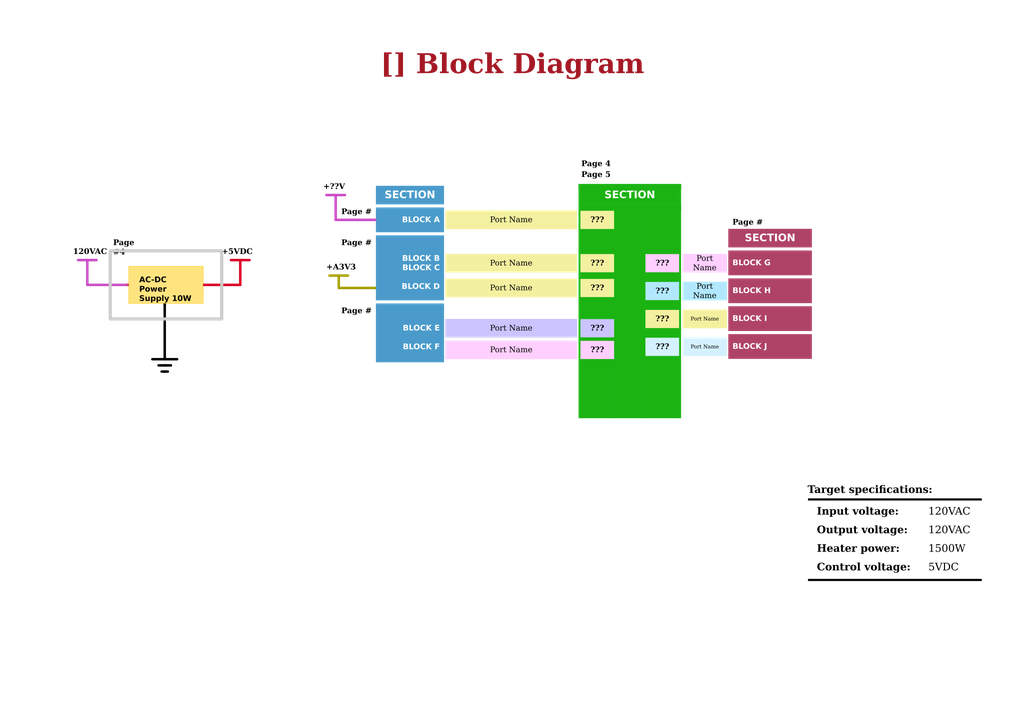
<source format=kicad_sch>
(kicad_sch
	(version 20250114)
	(generator "eeschema")
	(generator_version "9.0")
	(uuid "d4440dba-022e-49b2-97f2-6fc1871c7304")
	(paper "A3")
	(title_block
		(title "Block Diagram")
		(date "2025-08-28")
		(rev "${REVISION}")
		(company "${COMPANY}")
	)
	(lib_symbols)
	(rectangle
		(start 83.439 116.459)
		(end 84.074 117.221)
		(stroke
			(width 0.25)
			(type default)
			(color 212 0 32 1)
		)
		(fill
			(type color)
			(color 212 0 32 1)
		)
		(uuid 0237e457-1554-43e7-a04a-9bbc304cb750)
	)
	(rectangle
		(start 237.998 147.32)
		(end 251.968 171.45)
		(stroke
			(width 0)
			(type default)
			(color 26 179 18 1)
		)
		(fill
			(type color)
			(color 26 179 18 1)
		)
		(uuid 05c43237-d989-46c7-a838-1fe3e687d325)
	)
	(rectangle
		(start 52.07 116.459)
		(end 52.705 117.221)
		(stroke
			(width 0.25)
			(type default)
			(color 200 50 50 1)
		)
		(fill
			(type color)
			(color 200 50 50 1)
		)
		(uuid 0d430dd7-6ee0-49d3-a0fa-6967402d4a3a)
	)
	(rectangle
		(start 264.668 123.19)
		(end 278.638 127)
		(stroke
			(width 0)
			(type default)
			(color 26 179 18 1)
		)
		(fill
			(type color)
			(color 26 179 18 1)
		)
		(uuid 18d023c4-e3f0-46c9-87ca-5d30d9cdf2c3)
	)
	(rectangle
		(start 237.998 121.92)
		(end 251.968 130.81)
		(stroke
			(width 0)
			(type default)
			(color 26 179 18 1)
		)
		(fill
			(type color)
			(color 26 179 18 1)
		)
		(uuid 39c3df59-f9d6-4c44-9610-c14f06418e27)
	)
	(rectangle
		(start 264.668 146.05)
		(end 278.638 171.45)
		(stroke
			(width 0)
			(type default)
			(color 26 179 18 1)
		)
		(fill
			(type color)
			(color 26 179 18 1)
		)
		(uuid 3a6c1391-840d-4a80-9739-78b63fe94339)
	)
	(rectangle
		(start 237.998 138.43)
		(end 251.968 139.7)
		(stroke
			(width 0)
			(type default)
			(color 26 179 18 1)
		)
		(fill
			(type color)
			(color 26 179 18 1)
		)
		(uuid 421816ca-5f12-4e86-8e69-316b379c8971)
	)
	(rectangle
		(start 237.363 75.565)
		(end 279.273 77.47)
		(stroke
			(width 0.254)
			(type default)
			(color 26 179 18 1)
		)
		(fill
			(type color)
			(color 26 179 18 1)
		)
		(uuid 55bb8f5d-1716-457c-ab18-7887e7f79c32)
	)
	(rectangle
		(start 153.543 89.789)
		(end 154.178 90.551)
		(stroke
			(width 0.25)
			(type default)
			(color 198 71 194 1)
		)
		(fill
			(type color)
			(color 198 71 194 1)
		)
		(uuid 71a7bc8d-71ba-4784-b706-1c489dd4699b)
	)
	(rectangle
		(start 237.998 111.76)
		(end 251.968 114.3)
		(stroke
			(width 0)
			(type default)
			(color 26 179 18 1)
		)
		(fill
			(type color)
			(color 26 179 18 1)
		)
		(uuid 7b3048d9-9f27-43c5-89d8-687bf1563aee)
	)
	(rectangle
		(start 278.638 75.565)
		(end 279.273 171.45)
		(stroke
			(width 0)
			(type default)
			(color 26 179 18 1)
		)
		(fill
			(type color)
			(color 26 179 18 1)
		)
		(uuid 82b7fc9f-5c53-4bad-ac33-36ff04086978)
	)
	(rectangle
		(start 331.47 237.49)
		(end 402.59 238.252)
		(stroke
			(width 0)
			(type default)
			(color 0 0 0 1)
		)
		(fill
			(type color)
			(color 0 0 0 1)
		)
		(uuid 8956a1c0-282a-4b1e-927b-8bc74278d14f)
	)
	(rectangle
		(start 52.832 109.22)
		(end 83.312 124.46)
		(stroke
			(width 0)
			(type default)
			(color 255 200 0 0.5019607843)
		)
		(fill
			(type color)
			(color 255 200 0 0.5019607843)
		)
		(uuid a47826fc-526c-4a52-84ae-b6a04e3e3b0c)
	)
	(rectangle
		(start 237.998 83.82)
		(end 279.273 86.36)
		(stroke
			(width 0)
			(type default)
			(color 26 179 18 1)
		)
		(fill
			(type color)
			(color 26 179 18 1)
		)
		(uuid a952ed71-59f7-4034-9137-c9beed0052e5)
	)
	(rectangle
		(start 45.212 102.87)
		(end 90.932 130.81)
		(stroke
			(width 1.27)
			(type default)
			(color 200 200 200 1)
		)
		(fill
			(type none)
		)
		(uuid b5318274-8945-46d8-99fc-2fb62def5b67)
	)
	(rectangle
		(start 251.968 85.725)
		(end 264.668 171.45)
		(stroke
			(width 0)
			(type default)
			(color 26 179 18 1)
		)
		(fill
			(type color)
			(color 26 179 18 1)
		)
		(uuid b5912d90-a2e6-47a8-b37f-79df93690db6)
	)
	(rectangle
		(start 67.056 124.46)
		(end 68.072 125.222)
		(stroke
			(width 0.001)
			(type default)
			(color 0 0 0 1)
		)
		(fill
			(type color)
			(color 0 0 0 1)
		)
		(uuid b708d319-09b2-4d42-8c3b-186b2ae54113)
	)
	(rectangle
		(start 264.668 134.62)
		(end 278.638 138.43)
		(stroke
			(width 0)
			(type default)
			(color 26 179 18 1)
		)
		(fill
			(type color)
			(color 26 179 18 1)
		)
		(uuid bdbbf18e-6f1e-46bc-83ed-402e06ceb661)
	)
	(rectangle
		(start 264.668 111.76)
		(end 278.638 115.57)
		(stroke
			(width 0)
			(type default)
			(color 26 179 18 1)
		)
		(fill
			(type color)
			(color 26 179 18 1)
		)
		(uuid be3f6889-490c-44fa-9418-f01ed8476be7)
	)
	(rectangle
		(start 264.668 86.36)
		(end 278.638 104.14)
		(stroke
			(width 0)
			(type default)
			(color 26 179 18 1)
		)
		(fill
			(type color)
			(color 26 179 18 1)
		)
		(uuid cdf72398-0431-4b4b-8fdb-00fcbee68e2a)
	)
	(rectangle
		(start 331.47 204.47)
		(end 402.59 205.232)
		(stroke
			(width 0)
			(type default)
			(color 0 0 0 1)
		)
		(fill
			(type color)
			(color 0 0 0 1)
		)
		(uuid d631d51a-2515-45dc-a2c0-e57c4fee46cd)
	)
	(rectangle
		(start 237.363 75.565)
		(end 237.998 171.45)
		(stroke
			(width 0)
			(type default)
			(color 26 179 18 1)
		)
		(fill
			(type color)
			(color 26 179 18 1)
		)
		(uuid d92c43be-acae-42f6-9179-96820bcc6ef2)
	)
	(rectangle
		(start 153.543 117.729)
		(end 154.178 118.491)
		(stroke
			(width 0.25)
			(type default)
			(color 162 155 0 1)
		)
		(fill
			(type color)
			(color 162 155 0 1)
		)
		(uuid f2563de6-36a4-46ea-b401-ec1c1b726413)
	)
	(rectangle
		(start 237.998 93.98)
		(end 251.968 104.14)
		(stroke
			(width 0)
			(type default)
			(color 26 179 18 1)
		)
		(fill
			(type color)
			(color 26 179 18 1)
		)
		(uuid f4ff3a95-a29b-44f5-99fe-90e2d6c5e225)
	)
	(text "+5VDC"
		(exclude_from_sim no)
		(at 103.632 105.41 0)
		(effects
			(font
				(face "Times New Roman")
				(size 2.286 2.286)
				(thickness 0.4572)
				(bold yes)
				(color 0 0 0 1)
			)
			(justify right bottom)
		)
		(uuid "39b0f7d1-5592-43ea-b435-cece3488b03d")
	)
	(text "+??V"
		(exclude_from_sim no)
		(at 132.588 78.74 0)
		(effects
			(font
				(face "Times New Roman")
				(size 2.286 2.286)
				(thickness 0.4572)
				(bold yes)
				(color 0 0 0 1)
			)
			(justify left bottom)
		)
		(uuid "61bcd564-dc47-4abd-8776-b89cef66ed38")
	)
	(text "+A3V3"
		(exclude_from_sim no)
		(at 133.858 111.76 0)
		(effects
			(font
				(face "Times New Roman")
				(size 2.286 2.286)
				(thickness 0.4572)
				(bold yes)
				(color 0 0 0 1)
			)
			(justify left bottom)
		)
		(uuid "9f95118d-0d59-44c2-9418-d899cdef91d3")
	)
	(text "120VAC"
		(exclude_from_sim no)
		(at 29.972 105.41 0)
		(effects
			(font
				(face "Times New Roman")
				(size 2.286 2.286)
				(thickness 0.4572)
				(bold yes)
				(color 0 0 0 1)
			)
			(justify left bottom)
		)
		(uuid "a2780b80-7238-4e12-9f78-ef54d66dcccc")
	)
	(text_box "Heater power:"
		(exclude_from_sim no)
		(at 332.74 220.98 0)
		(size 41.91 7.62)
		(margins 2.2859 2.2859 2.2859 2.2859)
		(stroke
			(width -0.0001)
			(type solid)
		)
		(fill
			(type none)
		)
		(effects
			(font
				(face "Times New Roman")
				(size 3.048 3.048)
				(thickness 0.4572)
				(bold yes)
				(color 0 0 0 1)
			)
			(justify left top)
		)
		(uuid "094af17b-7d27-428a-ac7d-32c4461d72c7")
	)
	(text_box "AC-DC Power Supply 10W"
		(exclude_from_sim no)
		(at 55.372 111.76 0)
		(size 25.4 10.16)
		(margins 1.7144 1.7144 1.7144 1.7144)
		(stroke
			(width -0.0001)
			(type solid)
		)
		(fill
			(type none)
		)
		(effects
			(font
				(face "Arial")
				(size 2.286 2.286)
				(thickness 0.254)
				(bold yes)
				(color 0 0 0 1)
			)
			(justify left top)
		)
		(uuid "09ba23be-b0e7-4b83-8609-d145cf0340f4")
	)
	(text_box "???"
		(exclude_from_sim no)
		(at 237.998 104.14 0)
		(size 13.97 7.62)
		(margins 1.7144 1.7144 1.7144 1.7144)
		(stroke
			(width -0.0001)
			(type default)
		)
		(fill
			(type color)
			(color 243 240 160 1)
		)
		(effects
			(font
				(face "Times New Roman")
				(size 2.286 2.286)
				(bold yes)
				(color 0 0 0 1)
			)
		)
		(uuid "0aa0c4e1-070f-42df-94e3-eb4334e328f3")
	)
	(text_box "Output voltage:"
		(exclude_from_sim no)
		(at 332.74 213.36 0)
		(size 43.18 7.62)
		(margins 2.2859 2.2859 2.2859 2.2859)
		(stroke
			(width -0.0001)
			(type solid)
		)
		(fill
			(type none)
		)
		(effects
			(font
				(face "Times New Roman")
				(size 3.048 3.048)
				(thickness 0.4572)
				(bold yes)
				(color 0 0 0 1)
			)
			(justify left top)
		)
		(uuid "16ff5c12-a59a-498f-9a58-8440cea84b9d")
	)
	(text_box "Port Name"
		(exclude_from_sim no)
		(at 182.626 104.14 0)
		(size 54.102 7.62)
		(margins 1.7144 1.7144 1.7144 1.7144)
		(stroke
			(width -0.0001)
			(type default)
		)
		(fill
			(type color)
			(color 243 240 160 1)
		)
		(effects
			(font
				(face "Times New Roman")
				(size 2.286 2.286)
				(italic yes)
				(color 0 0 0 1)
			)
		)
		(uuid "1987247e-db63-4ffa-a72e-634d9843c64c")
	)
	(text_box "SECTION"
		(exclude_from_sim no)
		(at 237.998 76.2 0)
		(size 40.64 7.62)
		(margins 2.2859 2.2859 2.2859 2.2859)
		(stroke
			(width -0.0001)
			(type default)
		)
		(fill
			(type color)
			(color 26 179 18 1)
		)
		(effects
			(font
				(face "Arial")
				(size 3.048 3.048)
				(bold yes)
				(color 255 255 255 1)
			)
		)
		(uuid "1d0d83c3-74d6-4a1f-8c3f-65fbe3fb5ec9")
	)
	(text_box "Port Name"
		(exclude_from_sim no)
		(at 182.626 139.7 0)
		(size 54.102 7.62)
		(margins 1.7144 1.7144 1.7144 1.7144)
		(stroke
			(width -0.0001)
			(type default)
		)
		(fill
			(type color)
			(color 255 207 255 1)
		)
		(effects
			(font
				(face "Times New Roman")
				(size 2.286 2.286)
				(italic yes)
				(color 0 0 0 1)
			)
		)
		(uuid "205684f9-9b3f-4aef-bbd6-2a2cbf506b65")
	)
	(text_box "???"
		(exclude_from_sim no)
		(at 237.998 114.3 0)
		(size 13.97 7.62)
		(margins 1.7144 1.7144 1.7144 1.7144)
		(stroke
			(width -0.0001)
			(type default)
		)
		(fill
			(type color)
			(color 243 240 160 1)
		)
		(effects
			(font
				(face "Times New Roman")
				(size 2.286 2.286)
				(bold yes)
				(color 0 0 0 1)
			)
		)
		(uuid "2576afd7-0caa-4c76-bd9f-222a1d2c4dc0")
	)
	(text_box "???"
		(exclude_from_sim no)
		(at 237.998 86.36 0)
		(size 13.97 7.62)
		(margins 1.7144 1.7144 1.7144 1.7144)
		(stroke
			(width -0.0001)
			(type default)
		)
		(fill
			(type color)
			(color 243 240 160 1)
		)
		(effects
			(font
				(face "Times New Roman")
				(size 2.286 2.286)
				(bold yes)
				(color 0 0 0 1)
			)
		)
		(uuid "29f18459-3b0c-4e53-a96d-cae677d37f45")
	)
	(text_box "Page #"
		(exclude_from_sim no)
		(at 298.704 88.138 0)
		(size 17.78 5.08)
		(margins 1.7144 1.7144 1.7144 1.7144)
		(stroke
			(width -0.0001)
			(type default)
		)
		(fill
			(type none)
		)
		(effects
			(font
				(face "Times New Roman")
				(size 2.286 2.286)
				(thickness 0.4572)
				(bold yes)
				(color 0 0 0 1)
			)
			(justify left top)
			(href "#8")
		)
		(uuid "2c748904-640a-4790-9cd3-81e6145a1f3e")
	)
	(text_box "Port Name"
		(exclude_from_sim no)
		(at 279.908 104.14 0)
		(size 18.288 7.62)
		(margins 1.7144 1.7144 1.7144 1.7144)
		(stroke
			(width -0.0001)
			(type default)
		)
		(fill
			(type color)
			(color 255 207 255 1)
		)
		(effects
			(font
				(face "Times New Roman")
				(size 2.286 2.286)
				(italic yes)
				(color 0 0 0 1)
			)
		)
		(uuid "2eccac48-a697-4b98-a3f1-dcbeefca3094")
	)
	(text_box "Input voltage:"
		(exclude_from_sim no)
		(at 332.74 205.74 0)
		(size 41.91 7.62)
		(margins 2.2859 2.2859 2.2859 2.2859)
		(stroke
			(width -0.0001)
			(type default)
		)
		(fill
			(type none)
		)
		(effects
			(font
				(face "Times New Roman")
				(size 3.048 3.048)
				(thickness 0.4572)
				(bold yes)
				(color 0 0 0 1)
			)
			(justify left top)
		)
		(uuid "347e7e61-7c93-449c-8c65-b1d74937394e")
	)
	(text_box "Port Name"
		(exclude_from_sim no)
		(at 182.626 86.36 0)
		(size 54.102 7.62)
		(margins 1.7144 1.7144 1.7144 1.7144)
		(stroke
			(width -0.0001)
			(type default)
		)
		(fill
			(type color)
			(color 243 240 160 1)
		)
		(effects
			(font
				(face "Times New Roman")
				(size 2.286 2.286)
				(italic yes)
				(color 0 0 0 1)
			)
		)
		(uuid "34f97dad-9bc3-424e-b006-bedf003458aa")
	)
	(text_box "5VDC"
		(exclude_from_sim no)
		(at 378.46 228.6 0)
		(size 24.13 7.62)
		(margins 2.2859 2.2859 2.2859 2.2859)
		(stroke
			(width -0.0001)
			(type solid)
		)
		(fill
			(type none)
		)
		(effects
			(font
				(face "Times New Roman")
				(size 3.048 3.048)
				(color 0 0 0 1)
			)
			(justify left top)
		)
		(uuid "37354c60-dbdb-4aa1-a2b0-e6db1fd7a12e")
	)
	(text_box "120VAC"
		(exclude_from_sim no)
		(at 378.46 213.36 0)
		(size 24.13 7.62)
		(margins 2.2859 2.2859 2.2859 2.2859)
		(stroke
			(width -0.0001)
			(type solid)
		)
		(fill
			(type none)
		)
		(effects
			(font
				(face "Times New Roman")
				(size 3.048 3.048)
				(color 0 0 0 1)
			)
			(justify left top)
		)
		(uuid "3d9a8928-04fd-4c32-8894-e3210045027d")
	)
	(text_box "\nBLOCK E\n\nBLOCK F"
		(exclude_from_sim no)
		(at 154.178 124.46 0)
		(size 27.94 24.13)
		(margins 1.7144 1.7144 1.7144 1.7144)
		(stroke
			(width -0.0001)
			(type default)
		)
		(fill
			(type color)
			(color 74 155 203 1)
		)
		(effects
			(font
				(face "Arial")
				(size 2.286 2.286)
				(bold yes)
				(color 255 255 255 1)
			)
			(justify right)
		)
		(uuid "4299d747-90ff-4a47-9b32-97c12f9ab979")
	)
	(text_box "Port Name"
		(exclude_from_sim no)
		(at 279.908 127 0)
		(size 18.288 7.62)
		(margins 1.1429 1.1429 1.1429 1.1429)
		(stroke
			(width -0.0001)
			(type default)
		)
		(fill
			(type color)
			(color 243 240 160 1)
		)
		(effects
			(font
				(face "Times New Roman")
				(size 1.524 1.524)
				(italic yes)
				(color 0 0 0 1)
			)
		)
		(uuid "4616f06b-0c0c-4da0-aaa7-60ade012707d")
	)
	(text_box "Port Name"
		(exclude_from_sim no)
		(at 182.626 130.81 0)
		(size 54.102 7.62)
		(margins 1.7144 1.7144 1.7144 1.7144)
		(stroke
			(width -0.0001)
			(type default)
		)
		(fill
			(type color)
			(color 202 196 255 1)
		)
		(effects
			(font
				(face "Times New Roman")
				(size 2.286 2.286)
				(italic yes)
				(color 0 0 0 1)
			)
		)
		(uuid "4be2fbb4-9521-4c43-b13b-45298595a8b7")
	)
	(text_box "SECTION"
		(exclude_from_sim no)
		(at 298.704 93.853 0)
		(size 34.29 7.62)
		(margins 2.2859 2.2859 2.2859 2.2859)
		(stroke
			(width -0.0001)
			(type default)
		)
		(fill
			(type color)
			(color 175 67 103 1)
		)
		(effects
			(font
				(face "Arial")
				(size 3.048 3.048)
				(bold yes)
				(color 255 255 255 1)
			)
		)
		(uuid "50f90389-4852-4d94-a1e5-f12357304e05")
	)
	(text_box "BLOCK A"
		(exclude_from_sim no)
		(at 154.178 85.09 0)
		(size 27.94 10.16)
		(margins 1.7144 1.7144 1.7144 1.7144)
		(stroke
			(width -0.0001)
			(type default)
		)
		(fill
			(type color)
			(color 74 155 203 1)
		)
		(effects
			(font
				(face "Arial")
				(size 2.286 2.286)
				(bold yes)
				(color 255 255 255 1)
			)
			(justify right)
		)
		(uuid "5a2e6555-9060-4d4a-9a34-a05560ac30d8")
	)
	(text_box "BLOCK I"
		(exclude_from_sim no)
		(at 298.704 125.603 0)
		(size 34.29 10.16)
		(margins 1.7144 1.7144 1.7144 1.7144)
		(stroke
			(width -0.0001)
			(type default)
		)
		(fill
			(type color)
			(color 175 67 103 1)
		)
		(effects
			(font
				(face "Arial")
				(size 2.286 2.286)
				(bold yes)
				(color 255 255 255 1)
			)
			(justify left)
		)
		(uuid "5f14182b-c93f-4d15-9db7-1a029aadad7b")
	)
	(text_box "BLOCK G"
		(exclude_from_sim no)
		(at 298.704 102.743 0)
		(size 34.29 10.16)
		(margins 1.7144 1.7144 1.7144 1.7144)
		(stroke
			(width -0.0001)
			(type default)
		)
		(fill
			(type color)
			(color 175 67 103 1)
		)
		(effects
			(font
				(face "Arial")
				(size 2.286 2.286)
				(bold yes)
				(color 255 255 255 1)
			)
			(justify left)
		)
		(uuid "6f80972b-0868-4998-bb39-1d5e548cee7c")
	)
	(text_box "[${#}] ${TITLE}"
		(exclude_from_sim no)
		(at 144.78 20.32 0)
		(size 130.81 12.7)
		(margins 5.9999 5.9999 5.9999 5.9999)
		(stroke
			(width -0.0001)
			(type default)
		)
		(fill
			(type none)
		)
		(effects
			(font
				(face "Times New Roman")
				(size 8 8)
				(thickness 1.2)
				(bold yes)
				(color 162 22 34 1)
			)
		)
		(uuid "73b2b29c-2473-4e80-be0b-4f57c6856c3e")
	)
	(text_box "Page #4"
		(exclude_from_sim no)
		(at 44.704 96.52 0)
		(size 16.51 5.08)
		(margins 1.7144 1.7144 1.7144 1.7144)
		(stroke
			(width -0.0001)
			(type solid)
		)
		(fill
			(type none)
		)
		(effects
			(font
				(face "Times New Roman")
				(size 2.286 2.286)
				(thickness 0.4572)
				(bold yes)
				(color 0 0 0 1)
			)
			(justify left top)
		)
		(uuid "7d0acf89-7773-4e7f-ac89-c1f23d71a151")
	)
	(text_box "Page #"
		(exclude_from_sim no)
		(at 136.398 124.46 0)
		(size 17.78 5.08)
		(margins 1.7144 1.7144 1.7144 1.7144)
		(stroke
			(width -0.0001)
			(type default)
		)
		(fill
			(type none)
		)
		(effects
			(font
				(face "Times New Roman")
				(size 2.286 2.286)
				(thickness 0.4572)
				(bold yes)
				(color 0 0 0 1)
			)
			(justify right top)
			(href "#")
		)
		(uuid "7e1549f9-ed1a-486d-b663-7ab14f355318")
	)
	(text_box "Target specifications:"
		(exclude_from_sim no)
		(at 328.93 196.85 0)
		(size 73.66 7.62)
		(margins 2.2859 2.2859 2.2859 2.2859)
		(stroke
			(width -0.0001)
			(type default)
		)
		(fill
			(type none)
		)
		(effects
			(font
				(face "Times New Roman")
				(size 3.048 3.048)
				(thickness 0.4572)
				(bold yes)
				(color 0 0 0 1)
			)
			(justify left top)
		)
		(uuid "874bfc99-fafe-40d4-b7af-9ddb98b61eea")
	)
	(text_box "1500W"
		(exclude_from_sim no)
		(at 378.46 220.98 0)
		(size 24.13 7.62)
		(margins 2.2859 2.2859 2.2859 2.2859)
		(stroke
			(width -0.0001)
			(type solid)
		)
		(fill
			(type none)
		)
		(effects
			(font
				(face "Times New Roman")
				(size 3.048 3.048)
				(color 0 0 0 1)
			)
			(justify left top)
		)
		(uuid "8d13c5b4-c5e0-49ad-8e30-5a14333c15f4")
	)
	(text_box "???"
		(exclude_from_sim no)
		(at 237.998 130.81 0)
		(size 13.97 7.62)
		(margins 1.7144 1.7144 1.7144 1.7144)
		(stroke
			(width -0.0001)
			(type default)
		)
		(fill
			(type color)
			(color 202 196 255 1)
		)
		(effects
			(font
				(face "Times New Roman")
				(size 2.286 2.286)
				(bold yes)
				(color 0 0 0 1)
			)
		)
		(uuid "8d5e3fa3-e0ae-46de-9bca-be5f9d003da2")
	)
	(text_box "Page #"
		(exclude_from_sim no)
		(at 136.398 83.82 0)
		(size 17.78 5.08)
		(margins 1.7144 1.7144 1.7144 1.7144)
		(stroke
			(width -0.0001)
			(type default)
		)
		(fill
			(type none)
		)
		(effects
			(font
				(face "Times New Roman")
				(size 2.286 2.286)
				(thickness 0.4572)
				(bold yes)
				(color 0 0 0 1)
			)
			(justify right top)
		)
		(uuid "9e4a510b-5c75-46a6-9e6e-397aa68ebd40")
	)
	(text_box "SECTION"
		(exclude_from_sim no)
		(at 154.178 76.2 0)
		(size 27.94 7.62)
		(margins 2.2859 2.2859 2.2859 2.2859)
		(stroke
			(width -0.0001)
			(type default)
		)
		(fill
			(type color)
			(color 74 155 203 1)
		)
		(effects
			(font
				(face "Arial")
				(size 3.048 3.048)
				(bold yes)
				(color 255 255 255 1)
			)
		)
		(uuid "a5dfea43-92a3-4c4a-a914-eb784ef96d73")
	)
	(text_box "120VAC"
		(exclude_from_sim no)
		(at 378.46 205.74 0)
		(size 24.13 7.62)
		(margins 2.2859 2.2859 2.2859 2.2859)
		(stroke
			(width -0.0001)
			(type solid)
		)
		(fill
			(type none)
		)
		(effects
			(font
				(face "Times New Roman")
				(size 3.048 3.048)
				(color 0 0 0 1)
			)
			(justify left top)
		)
		(uuid "aa388299-5267-444a-a70f-fbbbf3a9efdc")
	)
	(text_box "???"
		(exclude_from_sim no)
		(at 237.998 139.7 0)
		(size 13.97 7.62)
		(margins 1.7144 1.7144 1.7144 1.7144)
		(stroke
			(width -0.0001)
			(type default)
		)
		(fill
			(type color)
			(color 255 207 255 1)
		)
		(effects
			(font
				(face "Times New Roman")
				(size 2.286 2.286)
				(bold yes)
				(color 0 0 0 1)
			)
		)
		(uuid "ab21cef4-7adc-4acc-bdaa-b46c7f774ce6")
	)
	(text_box "???"
		(exclude_from_sim no)
		(at 264.668 138.43 0)
		(size 13.97 7.62)
		(margins 1.7144 1.7144 1.7144 1.7144)
		(stroke
			(width -0.0001)
			(type default)
		)
		(fill
			(type color)
			(color 213 241 255 1)
		)
		(effects
			(font
				(face "Times New Roman")
				(size 2.286 2.286)
				(bold yes)
				(color 0 0 0 1)
			)
		)
		(uuid "ac56c48c-4a2e-4776-9858-933bd22ee6ee")
	)
	(text_box "Page 4"
		(exclude_from_sim no)
		(at 236.728 64.135 0)
		(size 24.765 5.08)
		(margins 1.7144 1.7144 1.7144 1.7144)
		(stroke
			(width -0.0001)
			(type default)
		)
		(fill
			(type none)
		)
		(effects
			(font
				(face "Times New Roman")
				(size 2.286 2.286)
				(thickness 0.4572)
				(bold yes)
				(color 0 0 0 1)
			)
			(justify left top)
		)
		(uuid "af913ec4-8a49-4345-bec6-fafb6d986bc2")
	)
	(text_box "???"
		(exclude_from_sim no)
		(at 264.668 127 0)
		(size 13.97 7.62)
		(margins 1.7144 1.7144 1.7144 1.7144)
		(stroke
			(width -0.0001)
			(type default)
		)
		(fill
			(type color)
			(color 243 240 160 1)
		)
		(effects
			(font
				(face "Times New Roman")
				(size 2.286 2.286)
				(bold yes)
				(color 0 0 0 1)
			)
		)
		(uuid "b25023e5-acfa-4102-bb80-efad95c74d40")
	)
	(text_box "???"
		(exclude_from_sim no)
		(at 264.668 115.57 0)
		(size 13.97 7.62)
		(margins 1.7144 1.7144 1.7144 1.7144)
		(stroke
			(width -0.0001)
			(type default)
		)
		(fill
			(type color)
			(color 178 232 255 1)
		)
		(effects
			(font
				(face "Times New Roman")
				(size 2.286 2.286)
				(bold yes)
				(color 0 0 0 1)
			)
		)
		(uuid "c2c0d0c9-0dec-46a5-9473-b81815342d7b")
	)
	(text_box "Port Name"
		(exclude_from_sim no)
		(at 182.626 114.3 0)
		(size 54.102 7.62)
		(margins 1.7144 1.7144 1.7144 1.7144)
		(stroke
			(width -0.0001)
			(type default)
		)
		(fill
			(type color)
			(color 243 240 160 1)
		)
		(effects
			(font
				(face "Times New Roman")
				(size 2.286 2.286)
				(italic yes)
				(color 0 0 0 1)
			)
		)
		(uuid "c7f141f1-0a13-41d6-9001-79167345df61")
	)
	(text_box "Port Name"
		(exclude_from_sim no)
		(at 279.908 115.57 0)
		(size 18.288 7.62)
		(margins 1.7144 1.7144 1.7144 1.7144)
		(stroke
			(width -0.0001)
			(type default)
		)
		(fill
			(type color)
			(color 178 232 255 1)
		)
		(effects
			(font
				(face "Times New Roman")
				(size 2.286 2.286)
				(italic yes)
				(color 0 0 0 1)
			)
		)
		(uuid "ce8d5aa2-32fa-41ab-879e-c8a14b311e71")
	)
	(text_box "BLOCK J"
		(exclude_from_sim no)
		(at 298.704 137.033 0)
		(size 34.29 10.16)
		(margins 1.7144 1.7144 1.7144 1.7144)
		(stroke
			(width -0.0001)
			(type default)
		)
		(fill
			(type color)
			(color 175 67 103 1)
		)
		(effects
			(font
				(face "Arial")
				(size 2.286 2.286)
				(bold yes)
				(color 255 255 255 1)
			)
			(justify left)
		)
		(uuid "d11c5cc0-b2d5-4819-92dd-51b892f4bd76")
	)
	(text_box "Port Name"
		(exclude_from_sim no)
		(at 279.908 138.43 0)
		(size 18.288 7.62)
		(margins 1.1429 1.1429 1.1429 1.1429)
		(stroke
			(width -0.0001)
			(type default)
		)
		(fill
			(type color)
			(color 213 241 255 1)
		)
		(effects
			(font
				(face "Times New Roman")
				(size 1.524 1.524)
				(italic yes)
				(color 0 0 0 1)
			)
		)
		(uuid "d95aa69c-63fb-4b5d-9978-ffe4aa9ad079")
	)
	(text_box "???"
		(exclude_from_sim no)
		(at 264.668 104.14 0)
		(size 13.97 7.62)
		(margins 1.7144 1.7144 1.7144 1.7144)
		(stroke
			(width -0.0001)
			(type default)
		)
		(fill
			(type color)
			(color 255 207 255 1)
		)
		(effects
			(font
				(face "Times New Roman")
				(size 2.286 2.286)
				(bold yes)
				(color 0 0 0 1)
			)
		)
		(uuid "e2d08c91-25de-4e80-a665-a7cd6ec63101")
	)
	(text_box "Page 5"
		(exclude_from_sim no)
		(at 236.728 68.58 0)
		(size 24.765 5.08)
		(margins 1.7144 1.7144 1.7144 1.7144)
		(stroke
			(width -0.0001)
			(type default)
		)
		(fill
			(type none)
		)
		(effects
			(font
				(face "Times New Roman")
				(size 2.286 2.286)
				(thickness 0.4572)
				(bold yes)
				(color 0 0 0 1)
			)
			(justify left top)
			(href "#5")
		)
		(uuid "e8b722a7-e885-4392-8585-c14113718643")
	)
	(text_box "Page #"
		(exclude_from_sim no)
		(at 136.398 96.52 0)
		(size 17.78 5.08)
		(margins 1.7144 1.7144 1.7144 1.7144)
		(stroke
			(width -0.0001)
			(type default)
		)
		(fill
			(type none)
		)
		(effects
			(font
				(face "Times New Roman")
				(size 2.286 2.286)
				(thickness 0.4572)
				(bold yes)
				(color 0 0 0 1)
			)
			(justify right top)
		)
		(uuid "ed339cec-4d03-443c-9621-bdc36e032f0f")
	)
	(text_box "\nBLOCK B\nBLOCK C\n\nBLOCK D"
		(exclude_from_sim no)
		(at 154.178 96.52 0)
		(size 27.94 26.67)
		(margins 1.7144 1.7144 1.7144 1.7144)
		(stroke
			(width -0.0001)
			(type default)
		)
		(fill
			(type color)
			(color 74 155 203 1)
		)
		(effects
			(font
				(face "Arial")
				(size 2.286 2.286)
				(bold yes)
				(color 255 255 255 1)
			)
			(justify right)
		)
		(uuid "ed5022fd-7df6-48a2-9346-7cffbd945cc2")
	)
	(text_box "Control voltage:"
		(exclude_from_sim no)
		(at 332.74 228.6 0)
		(size 44.45 7.62)
		(margins 2.2859 2.2859 2.2859 2.2859)
		(stroke
			(width -0.0001)
			(type solid)
		)
		(fill
			(type none)
		)
		(effects
			(font
				(face "Times New Roman")
				(size 3.048 3.048)
				(thickness 0.4572)
				(bold yes)
				(color 0 0 0 1)
			)
			(justify left top)
		)
		(uuid "f73ecd5d-28d4-4dc6-ad8d-2c156959b733")
	)
	(text_box "BLOCK H"
		(exclude_from_sim no)
		(at 298.704 114.173 0)
		(size 34.29 10.16)
		(margins 1.7144 1.7144 1.7144 1.7144)
		(stroke
			(width -0.0001)
			(type default)
		)
		(fill
			(type color)
			(color 175 67 103 1)
		)
		(effects
			(font
				(face "Arial")
				(size 2.286 2.286)
				(bold yes)
				(color 255 255 255 1)
			)
			(justify left)
		)
		(uuid "fd61c9c5-9a5f-4021-bb34-8e82244796ab")
	)
	(polyline
		(pts
			(xy 98.552 106.68) (xy 94.742 106.68)
		)
		(stroke
			(width 1.016)
			(type default)
			(color 212 0 32 1)
		)
		(uuid "0ad822fe-b2bf-4728-8a43-796a70a9fcef")
	)
	(polyline
		(pts
			(xy 137.668 80.01) (xy 141.478 80.01)
		)
		(stroke
			(width 1.016)
			(type default)
			(color 198 71 194 1)
		)
		(uuid "0c4f2c87-5668-4ab3-9f54-bb552b1160e0")
	)
	(polyline
		(pts
			(xy 153.67 118.11) (xy 138.938 118.11)
		)
		(stroke
			(width 1.016)
			(type default)
			(color 162 155 0 1)
		)
		(uuid "10164b1f-38dc-4229-b35a-0e6d2f6fb9c8")
	)
	(polyline
		(pts
			(xy 67.564 147.32) (xy 72.644 147.32)
		)
		(stroke
			(width 1.016)
			(type default)
			(color 0 0 0 1)
		)
		(uuid "108b3f3d-7870-4a32-a39e-da98900ff511")
	)
	(polyline
		(pts
			(xy 153.67 90.17) (xy 137.668 90.17)
		)
		(stroke
			(width 1.016)
			(type default)
			(color 198 71 194 1)
		)
		(uuid "12ef2ddf-0ea9-47cc-b3da-b713337e7a4d")
	)
	(polyline
		(pts
			(xy 133.858 80.01) (xy 137.668 80.01)
		)
		(stroke
			(width 1.016)
			(type default)
			(color 198 71 194 1)
		)
		(uuid "21ea9e82-75fb-4584-ad6e-013b648b8538")
	)
	(polyline
		(pts
			(xy 98.552 106.68) (xy 98.552 116.84)
		)
		(stroke
			(width 1.016)
			(type default)
			(color 212 0 32 1)
		)
		(uuid "3a635095-522b-4f51-99df-2ea15d8aad82")
	)
	(polyline
		(pts
			(xy 138.938 113.03) (xy 142.748 113.03)
		)
		(stroke
			(width 1.016)
			(type default)
			(color 162 155 0 1)
		)
		(uuid "42197f6a-163c-4d9b-9d4e-be2b85d91c6d")
	)
	(polyline
		(pts
			(xy 68.834 152.4) (xy 67.564 152.4)
		)
		(stroke
			(width 1.016)
			(type default)
			(color 0 0 0 1)
		)
		(uuid "4843f438-0be6-4237-8e1d-81ed69202607")
	)
	(polyline
		(pts
			(xy 35.814 106.68) (xy 35.814 116.84)
		)
		(stroke
			(width 1.016)
			(type solid)
			(color 198 71 194 1)
		)
		(uuid "53c7b6a5-f8b1-4162-bb5e-e28f608fc7b0")
	)
	(polyline
		(pts
			(xy 62.484 147.32) (xy 67.564 147.32)
		)
		(stroke
			(width 1.016)
			(type default)
			(color 0 0 0 1)
		)
		(uuid "5c614747-4d35-44e5-a560-7918f1e9dd9d")
	)
	(polyline
		(pts
			(xy 52.324 116.84) (xy 35.814 116.84)
		)
		(stroke
			(width 1.016)
			(type default)
			(color 198 71 194 1)
		)
		(uuid "60c6e967-0c41-4893-b325-74fb054b4d29")
	)
	(polyline
		(pts
			(xy 67.564 124.968) (xy 67.564 147.32)
		)
		(stroke
			(width 1.016)
			(type default)
			(color 0 0 0 1)
		)
		(uuid "8f1e723c-cb46-42d5-9f0d-53653b347507")
	)
	(polyline
		(pts
			(xy 137.668 80.01) (xy 137.668 90.17)
		)
		(stroke
			(width 1.016)
			(type default)
			(color 198 71 194 1)
		)
		(uuid "9e94e400-0ca7-4a19-9721-e89096fc8ef1")
	)
	(polyline
		(pts
			(xy 67.564 152.4) (xy 66.294 152.4)
		)
		(stroke
			(width 1.016)
			(type default)
			(color 0 0 0 1)
		)
		(uuid "9fd90c44-7057-4a26-a7ab-c33c5beb28e1")
	)
	(polyline
		(pts
			(xy 102.362 106.68) (xy 98.552 106.68)
		)
		(stroke
			(width 1.016)
			(type default)
			(color 212 0 32 1)
		)
		(uuid "a97da915-ffc2-43ac-80c4-e7eb9cf7c5a5")
	)
	(polyline
		(pts
			(xy 35.814 106.68) (xy 32.004 106.68)
		)
		(stroke
			(width 1.016)
			(type solid)
			(color 198 71 194 1)
		)
		(uuid "bc275f4f-4f33-40cd-8c27-9ca87994dea3")
	)
	(polyline
		(pts
			(xy 138.938 113.03) (xy 138.938 118.11)
		)
		(stroke
			(width 1.016)
			(type default)
			(color 162 155 0 1)
		)
		(uuid "d3dfefd7-14b2-42bf-bfc0-0b28c195ff97")
	)
	(polyline
		(pts
			(xy 70.104 149.86) (xy 67.564 149.86)
		)
		(stroke
			(width 1.016)
			(type default)
			(color 0 0 0 1)
		)
		(uuid "e812ef17-820a-4d51-ab4b-214bf4a7ff4f")
	)
	(polyline
		(pts
			(xy 83.82 116.84) (xy 98.552 116.84)
		)
		(stroke
			(width 1.016)
			(type default)
			(color 212 0 32 1)
		)
		(uuid "e98c2a4a-d187-46a2-8813-e5c9e3527045")
	)
	(polyline
		(pts
			(xy 67.564 149.86) (xy 65.024 149.86)
		)
		(stroke
			(width 1.016)
			(type default)
			(color 0 0 0 1)
		)
		(uuid "ecec9f07-c25e-4a64-8539-dbb99696f340")
	)
	(polyline
		(pts
			(xy 39.624 106.68) (xy 35.814 106.68)
		)
		(stroke
			(width 1.016)
			(type solid)
			(color 198 71 194 1)
		)
		(uuid "f1a755c9-2644-4f09-995f-e9f82a83ed89")
	)
	(polyline
		(pts
			(xy 135.128 113.03) (xy 138.938 113.03)
		)
		(stroke
			(width 1.016)
			(type default)
			(color 162 155 0 1)
		)
		(uuid "fcad9baf-054e-4bf8-8a63-c65f2b19baea")
	)
)

</source>
